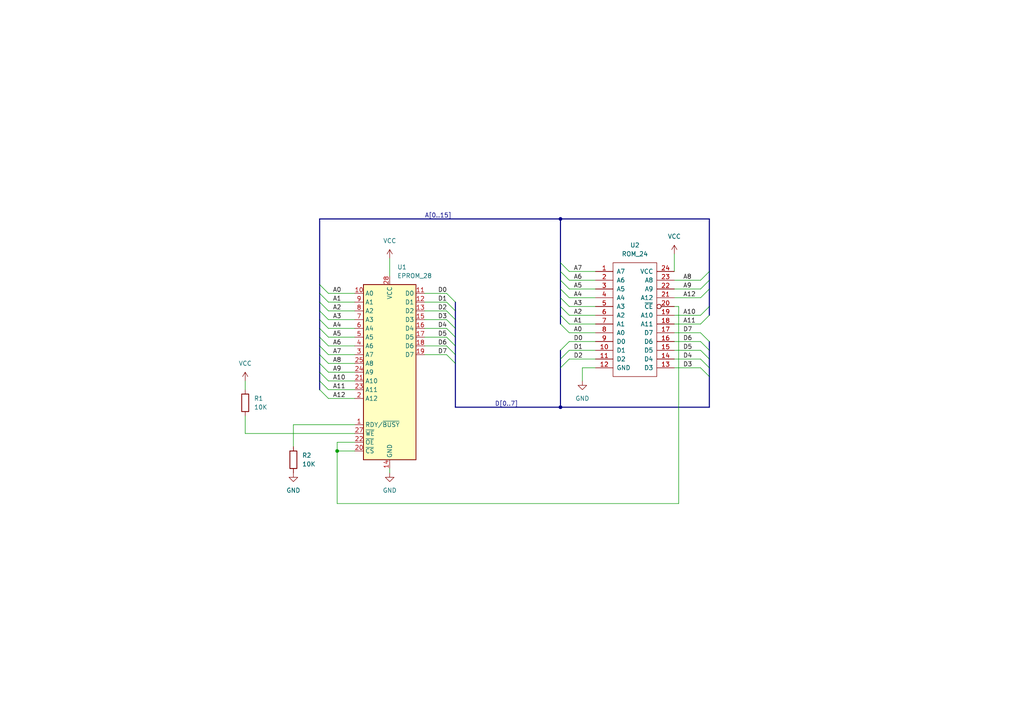
<source format=kicad_sch>
(kicad_sch (version 20230121) (generator eeschema)

  (uuid 8b397a16-cefc-49e0-b877-9a9187815e96)

  (paper "A4")

  (title_block
    (title "SOP-28 to DIP-24 ROM adapter.")
    (date "2024-03-24")
    (rev "2")
    (company "Thierry Tremblay")
  )

  (lib_symbols
    (symbol "2364:2364" (pin_names (offset 1.016)) (in_bom yes) (on_board yes)
      (property "Reference" "U" (at 0 -2.54 0)
        (effects (font (size 1.27 1.27)))
      )
      (property "Value" "2364" (at 0 2.54 0)
        (effects (font (size 1.27 1.27)))
      )
      (property "Footprint" "MODULE" (at 0 0 0)
        (effects (font (size 1.27 1.27)) hide)
      )
      (property "Datasheet" "DOCUMENTATION" (at 0 0 0)
        (effects (font (size 1.27 1.27)) hide)
      )
      (symbol "2364_1_0"
        (rectangle (start -6.35 -16.51) (end 6.35 16.51)
          (stroke (width 0) (type solid))
          (fill (type none))
        )
      )
      (symbol "2364_1_1"
        (pin output line (at -11.43 13.97 0) (length 5.08)
          (name "A7" (effects (font (size 1.27 1.27))))
          (number "1" (effects (font (size 1.27 1.27))))
        )
        (pin bidirectional line (at -11.43 -8.89 0) (length 5.08)
          (name "D1" (effects (font (size 1.27 1.27))))
          (number "10" (effects (font (size 1.27 1.27))))
        )
        (pin bidirectional line (at -11.43 -11.43 0) (length 5.08)
          (name "D2" (effects (font (size 1.27 1.27))))
          (number "11" (effects (font (size 1.27 1.27))))
        )
        (pin power_out line (at -11.43 -13.97 0) (length 5.08)
          (name "GND" (effects (font (size 1.27 1.27))))
          (number "12" (effects (font (size 1.27 1.27))))
        )
        (pin bidirectional line (at 11.43 -13.97 180) (length 5.08)
          (name "D3" (effects (font (size 1.27 1.27))))
          (number "13" (effects (font (size 1.27 1.27))))
        )
        (pin bidirectional line (at 11.43 -11.43 180) (length 5.08)
          (name "D4" (effects (font (size 1.27 1.27))))
          (number "14" (effects (font (size 1.27 1.27))))
        )
        (pin bidirectional line (at 11.43 -8.89 180) (length 5.08)
          (name "D5" (effects (font (size 1.27 1.27))))
          (number "15" (effects (font (size 1.27 1.27))))
        )
        (pin bidirectional line (at 11.43 -6.35 180) (length 5.08)
          (name "D6" (effects (font (size 1.27 1.27))))
          (number "16" (effects (font (size 1.27 1.27))))
        )
        (pin bidirectional line (at 11.43 -3.81 180) (length 5.08)
          (name "D7" (effects (font (size 1.27 1.27))))
          (number "17" (effects (font (size 1.27 1.27))))
        )
        (pin output line (at 11.43 -1.27 180) (length 5.08)
          (name "A11" (effects (font (size 1.27 1.27))))
          (number "18" (effects (font (size 1.27 1.27))))
        )
        (pin output line (at 11.43 1.27 180) (length 5.08)
          (name "A10" (effects (font (size 1.27 1.27))))
          (number "19" (effects (font (size 1.27 1.27))))
        )
        (pin output line (at -11.43 11.43 0) (length 5.08)
          (name "A6" (effects (font (size 1.27 1.27))))
          (number "2" (effects (font (size 1.27 1.27))))
        )
        (pin output inverted (at 11.43 3.81 180) (length 5.08)
          (name "~{CE}" (effects (font (size 1.27 1.27))))
          (number "20" (effects (font (size 1.27 1.27))))
        )
        (pin output line (at 11.43 6.35 180) (length 5.08)
          (name "A12" (effects (font (size 1.27 1.27))))
          (number "21" (effects (font (size 1.27 1.27))))
        )
        (pin output line (at 11.43 8.89 180) (length 5.08)
          (name "A9" (effects (font (size 1.27 1.27))))
          (number "22" (effects (font (size 1.27 1.27))))
        )
        (pin output line (at 11.43 11.43 180) (length 5.08)
          (name "A8" (effects (font (size 1.27 1.27))))
          (number "23" (effects (font (size 1.27 1.27))))
        )
        (pin power_out line (at 11.43 13.97 180) (length 5.08)
          (name "VCC" (effects (font (size 1.27 1.27))))
          (number "24" (effects (font (size 1.27 1.27))))
        )
        (pin output line (at -11.43 8.89 0) (length 5.08)
          (name "A5" (effects (font (size 1.27 1.27))))
          (number "3" (effects (font (size 1.27 1.27))))
        )
        (pin output line (at -11.43 6.35 0) (length 5.08)
          (name "A4" (effects (font (size 1.27 1.27))))
          (number "4" (effects (font (size 1.27 1.27))))
        )
        (pin output line (at -11.43 3.81 0) (length 5.08)
          (name "A3" (effects (font (size 1.27 1.27))))
          (number "5" (effects (font (size 1.27 1.27))))
        )
        (pin output line (at -11.43 1.27 0) (length 5.08)
          (name "A2" (effects (font (size 1.27 1.27))))
          (number "6" (effects (font (size 1.27 1.27))))
        )
        (pin output line (at -11.43 -1.27 0) (length 5.08)
          (name "A1" (effects (font (size 1.27 1.27))))
          (number "7" (effects (font (size 1.27 1.27))))
        )
        (pin output line (at -11.43 -3.81 0) (length 5.08)
          (name "A0" (effects (font (size 1.27 1.27))))
          (number "8" (effects (font (size 1.27 1.27))))
        )
        (pin bidirectional line (at -11.43 -6.35 0) (length 5.08)
          (name "D0" (effects (font (size 1.27 1.27))))
          (number "9" (effects (font (size 1.27 1.27))))
        )
      )
    )
    (symbol "28C64:28C64" (in_bom yes) (on_board yes)
      (property "Reference" "U" (at -7.62 26.67 0)
        (effects (font (size 1.27 1.27)))
      )
      (property "Value" "28C64" (at 2.54 -26.67 0)
        (effects (font (size 1.27 1.27)) (justify left))
      )
      (property "Footprint" "" (at 0 0 0)
        (effects (font (size 1.27 1.27)) hide)
      )
      (property "Datasheet" "http://ww1.microchip.com/downloads/en/DeviceDoc/doc0006.pdf" (at 0 0 0)
        (effects (font (size 1.27 1.27)) hide)
      )
      (property "ki_keywords" "Parallel EEPROM 256Kb" (at 0 0 0)
        (effects (font (size 1.27 1.27)) hide)
      )
      (property "ki_description" "Paged Parallel EEPROM 256Kb (32K x 8), DIP-28/SOIC-28" (at 0 0 0)
        (effects (font (size 1.27 1.27)) hide)
      )
      (property "ki_fp_filters" "DIP*W15.24mm* SOIC*7.5x17.9mm*P1.27mm*" (at 0 0 0)
        (effects (font (size 1.27 1.27)) hide)
      )
      (symbol "28C64_1_1"
        (rectangle (start -7.62 25.4) (end 7.62 -25.4)
          (stroke (width 0.254) (type default))
          (fill (type background))
        )
        (pin output line (at -10.16 -15.24 0) (length 2.54)
          (name "RDY/~{BUSY}" (effects (font (size 1.27 1.27))))
          (number "1" (effects (font (size 1.27 1.27))))
        )
        (pin input line (at -10.16 22.86 0) (length 2.54)
          (name "A0" (effects (font (size 1.27 1.27))))
          (number "10" (effects (font (size 1.27 1.27))))
        )
        (pin tri_state line (at 10.16 22.86 180) (length 2.54)
          (name "D0" (effects (font (size 1.27 1.27))))
          (number "11" (effects (font (size 1.27 1.27))))
        )
        (pin tri_state line (at 10.16 20.32 180) (length 2.54)
          (name "D1" (effects (font (size 1.27 1.27))))
          (number "12" (effects (font (size 1.27 1.27))))
        )
        (pin tri_state line (at 10.16 17.78 180) (length 2.54)
          (name "D2" (effects (font (size 1.27 1.27))))
          (number "13" (effects (font (size 1.27 1.27))))
        )
        (pin power_in line (at 0 -27.94 90) (length 2.54)
          (name "GND" (effects (font (size 1.27 1.27))))
          (number "14" (effects (font (size 1.27 1.27))))
        )
        (pin tri_state line (at 10.16 15.24 180) (length 2.54)
          (name "D3" (effects (font (size 1.27 1.27))))
          (number "15" (effects (font (size 1.27 1.27))))
        )
        (pin tri_state line (at 10.16 12.7 180) (length 2.54)
          (name "D4" (effects (font (size 1.27 1.27))))
          (number "16" (effects (font (size 1.27 1.27))))
        )
        (pin tri_state line (at 10.16 10.16 180) (length 2.54)
          (name "D5" (effects (font (size 1.27 1.27))))
          (number "17" (effects (font (size 1.27 1.27))))
        )
        (pin tri_state line (at 10.16 7.62 180) (length 2.54)
          (name "D6" (effects (font (size 1.27 1.27))))
          (number "18" (effects (font (size 1.27 1.27))))
        )
        (pin tri_state line (at 10.16 5.08 180) (length 2.54)
          (name "D7" (effects (font (size 1.27 1.27))))
          (number "19" (effects (font (size 1.27 1.27))))
        )
        (pin input line (at -10.16 -7.62 0) (length 2.54)
          (name "A12" (effects (font (size 1.27 1.27))))
          (number "2" (effects (font (size 1.27 1.27))))
        )
        (pin input line (at -10.16 -22.86 0) (length 2.54)
          (name "~{CS}" (effects (font (size 1.27 1.27))))
          (number "20" (effects (font (size 1.27 1.27))))
        )
        (pin input line (at -10.16 -2.54 0) (length 2.54)
          (name "A10" (effects (font (size 1.27 1.27))))
          (number "21" (effects (font (size 1.27 1.27))))
        )
        (pin input line (at -10.16 -20.32 0) (length 2.54)
          (name "~{OE}" (effects (font (size 1.27 1.27))))
          (number "22" (effects (font (size 1.27 1.27))))
        )
        (pin input line (at -10.16 -5.08 0) (length 2.54)
          (name "A11" (effects (font (size 1.27 1.27))))
          (number "23" (effects (font (size 1.27 1.27))))
        )
        (pin input line (at -10.16 0 0) (length 2.54)
          (name "A9" (effects (font (size 1.27 1.27))))
          (number "24" (effects (font (size 1.27 1.27))))
        )
        (pin input line (at -10.16 2.54 0) (length 2.54)
          (name "A8" (effects (font (size 1.27 1.27))))
          (number "25" (effects (font (size 1.27 1.27))))
        )
        (pin input line (at -10.16 -17.78 0) (length 2.54)
          (name "~{WE}" (effects (font (size 1.27 1.27))))
          (number "27" (effects (font (size 1.27 1.27))))
        )
        (pin power_in line (at 0 27.94 270) (length 2.54)
          (name "VCC" (effects (font (size 1.27 1.27))))
          (number "28" (effects (font (size 1.27 1.27))))
        )
        (pin input line (at -10.16 5.08 0) (length 2.54)
          (name "A7" (effects (font (size 1.27 1.27))))
          (number "3" (effects (font (size 1.27 1.27))))
        )
        (pin input line (at -10.16 7.62 0) (length 2.54)
          (name "A6" (effects (font (size 1.27 1.27))))
          (number "4" (effects (font (size 1.27 1.27))))
        )
        (pin input line (at -10.16 10.16 0) (length 2.54)
          (name "A5" (effects (font (size 1.27 1.27))))
          (number "5" (effects (font (size 1.27 1.27))))
        )
        (pin input line (at -10.16 12.7 0) (length 2.54)
          (name "A4" (effects (font (size 1.27 1.27))))
          (number "6" (effects (font (size 1.27 1.27))))
        )
        (pin input line (at -10.16 15.24 0) (length 2.54)
          (name "A3" (effects (font (size 1.27 1.27))))
          (number "7" (effects (font (size 1.27 1.27))))
        )
        (pin input line (at -10.16 17.78 0) (length 2.54)
          (name "A2" (effects (font (size 1.27 1.27))))
          (number "8" (effects (font (size 1.27 1.27))))
        )
        (pin input line (at -10.16 20.32 0) (length 2.54)
          (name "A1" (effects (font (size 1.27 1.27))))
          (number "9" (effects (font (size 1.27 1.27))))
        )
      )
    )
    (symbol "Device:R" (pin_numbers hide) (pin_names (offset 0)) (in_bom yes) (on_board yes)
      (property "Reference" "R" (at 2.032 0 90)
        (effects (font (size 1.27 1.27)))
      )
      (property "Value" "R" (at 0 0 90)
        (effects (font (size 1.27 1.27)))
      )
      (property "Footprint" "" (at -1.778 0 90)
        (effects (font (size 1.27 1.27)) hide)
      )
      (property "Datasheet" "~" (at 0 0 0)
        (effects (font (size 1.27 1.27)) hide)
      )
      (property "ki_keywords" "R res resistor" (at 0 0 0)
        (effects (font (size 1.27 1.27)) hide)
      )
      (property "ki_description" "Resistor" (at 0 0 0)
        (effects (font (size 1.27 1.27)) hide)
      )
      (property "ki_fp_filters" "R_*" (at 0 0 0)
        (effects (font (size 1.27 1.27)) hide)
      )
      (symbol "R_0_1"
        (rectangle (start -1.016 -2.54) (end 1.016 2.54)
          (stroke (width 0.254) (type default))
          (fill (type none))
        )
      )
      (symbol "R_1_1"
        (pin passive line (at 0 3.81 270) (length 1.27)
          (name "~" (effects (font (size 1.27 1.27))))
          (number "1" (effects (font (size 1.27 1.27))))
        )
        (pin passive line (at 0 -3.81 90) (length 1.27)
          (name "~" (effects (font (size 1.27 1.27))))
          (number "2" (effects (font (size 1.27 1.27))))
        )
      )
    )
    (symbol "power:GND" (power) (pin_names (offset 0)) (in_bom yes) (on_board yes)
      (property "Reference" "#PWR" (at 0 -6.35 0)
        (effects (font (size 1.27 1.27)) hide)
      )
      (property "Value" "GND" (at 0 -3.81 0)
        (effects (font (size 1.27 1.27)))
      )
      (property "Footprint" "" (at 0 0 0)
        (effects (font (size 1.27 1.27)) hide)
      )
      (property "Datasheet" "" (at 0 0 0)
        (effects (font (size 1.27 1.27)) hide)
      )
      (property "ki_keywords" "global power" (at 0 0 0)
        (effects (font (size 1.27 1.27)) hide)
      )
      (property "ki_description" "Power symbol creates a global label with name \"GND\" , ground" (at 0 0 0)
        (effects (font (size 1.27 1.27)) hide)
      )
      (symbol "GND_0_1"
        (polyline
          (pts
            (xy 0 0)
            (xy 0 -1.27)
            (xy 1.27 -1.27)
            (xy 0 -2.54)
            (xy -1.27 -1.27)
            (xy 0 -1.27)
          )
          (stroke (width 0) (type default))
          (fill (type none))
        )
      )
      (symbol "GND_1_1"
        (pin power_in line (at 0 0 270) (length 0) hide
          (name "GND" (effects (font (size 1.27 1.27))))
          (number "1" (effects (font (size 1.27 1.27))))
        )
      )
    )
    (symbol "power:VCC" (power) (pin_names (offset 0)) (in_bom yes) (on_board yes)
      (property "Reference" "#PWR" (at 0 -3.81 0)
        (effects (font (size 1.27 1.27)) hide)
      )
      (property "Value" "VCC" (at 0 3.81 0)
        (effects (font (size 1.27 1.27)))
      )
      (property "Footprint" "" (at 0 0 0)
        (effects (font (size 1.27 1.27)) hide)
      )
      (property "Datasheet" "" (at 0 0 0)
        (effects (font (size 1.27 1.27)) hide)
      )
      (property "ki_keywords" "global power" (at 0 0 0)
        (effects (font (size 1.27 1.27)) hide)
      )
      (property "ki_description" "Power symbol creates a global label with name \"VCC\"" (at 0 0 0)
        (effects (font (size 1.27 1.27)) hide)
      )
      (symbol "VCC_0_1"
        (polyline
          (pts
            (xy -0.762 1.27)
            (xy 0 2.54)
          )
          (stroke (width 0) (type default))
          (fill (type none))
        )
        (polyline
          (pts
            (xy 0 0)
            (xy 0 2.54)
          )
          (stroke (width 0) (type default))
          (fill (type none))
        )
        (polyline
          (pts
            (xy 0 2.54)
            (xy 0.762 1.27)
          )
          (stroke (width 0) (type default))
          (fill (type none))
        )
      )
      (symbol "VCC_1_1"
        (pin power_in line (at 0 0 90) (length 0) hide
          (name "VCC" (effects (font (size 1.27 1.27))))
          (number "1" (effects (font (size 1.27 1.27))))
        )
      )
    )
  )

  (junction (at 162.56 118.11) (diameter 0) (color 0 0 0 0)
    (uuid 00df4227-0079-4f11-bf6b-a0a453521caa)
  )
  (junction (at 97.79 130.81) (diameter 0) (color 0 0 0 0)
    (uuid 0343ee88-c732-4200-a261-a0a987d39462)
  )
  (junction (at 162.56 63.5) (diameter 0) (color 0 0 0 0)
    (uuid 42557680-4ae7-4bbe-ab43-5d1cf91d4a4b)
  )

  (bus_entry (at 92.71 82.55) (size 2.54 2.54)
    (stroke (width 0) (type default))
    (uuid 0396d2c7-29c3-4702-9a90-a9c276f5d4f1)
  )
  (bus_entry (at 162.56 78.74) (size 2.54 2.54)
    (stroke (width 0) (type default))
    (uuid 311b3632-9021-4293-965e-4ff6c4f05424)
  )
  (bus_entry (at 92.71 92.71) (size 2.54 2.54)
    (stroke (width 0) (type default))
    (uuid 34b6eb13-5e1a-4171-a67b-b094661e9ffe)
  )
  (bus_entry (at 205.74 99.06) (size -2.54 -2.54)
    (stroke (width 0) (type default))
    (uuid 364c86ed-7e81-4922-b754-837fef0f0cf8)
  )
  (bus_entry (at 132.08 90.17) (size -2.54 -2.54)
    (stroke (width 0) (type default))
    (uuid 36e9d428-8e7f-47f1-851c-4dd3b31dc782)
  )
  (bus_entry (at 132.08 102.87) (size -2.54 -2.54)
    (stroke (width 0) (type default))
    (uuid 3a009036-3dd0-4adc-8eb9-03cbaff6dd8c)
  )
  (bus_entry (at 132.08 105.41) (size -2.54 -2.54)
    (stroke (width 0) (type default))
    (uuid 3fbe5f01-5508-45cc-89d4-f080dd2a9082)
  )
  (bus_entry (at 92.71 100.33) (size 2.54 2.54)
    (stroke (width 0) (type default))
    (uuid 42029af4-bb83-4571-9cfe-e450b57c699c)
  )
  (bus_entry (at 205.74 81.28) (size -2.54 2.54)
    (stroke (width 0) (type default))
    (uuid 42c9efb0-1b98-42f0-bf22-035152b186f9)
  )
  (bus_entry (at 92.71 110.49) (size 2.54 2.54)
    (stroke (width 0) (type default))
    (uuid 4b4eb314-ba1f-402a-ad67-319124e95ae2)
  )
  (bus_entry (at 92.71 105.41) (size 2.54 2.54)
    (stroke (width 0) (type default))
    (uuid 56311246-da52-49b3-828b-6ad7512a7457)
  )
  (bus_entry (at 162.56 81.28) (size 2.54 2.54)
    (stroke (width 0) (type default))
    (uuid 5c278d34-f1a7-419d-b374-a7300774ab0e)
  )
  (bus_entry (at 92.71 90.17) (size 2.54 2.54)
    (stroke (width 0) (type default))
    (uuid 6069b6cd-a917-4ba9-8c5b-6104557adcf9)
  )
  (bus_entry (at 132.08 87.63) (size -2.54 -2.54)
    (stroke (width 0) (type default))
    (uuid 60f6ef14-67bb-4d27-9fa4-b720b83ad655)
  )
  (bus_entry (at 162.56 106.68) (size 2.54 -2.54)
    (stroke (width 0) (type default))
    (uuid 61cf213b-5002-4eb7-92da-91f03cdd56d8)
  )
  (bus_entry (at 162.56 93.98) (size 2.54 2.54)
    (stroke (width 0) (type default))
    (uuid 74366bdb-4149-4ba5-af47-96dbef18d171)
  )
  (bus_entry (at 132.08 97.79) (size -2.54 -2.54)
    (stroke (width 0) (type default))
    (uuid 76443617-add9-43d1-bd20-9b6e469adcfb)
  )
  (bus_entry (at 205.74 106.68) (size -2.54 -2.54)
    (stroke (width 0) (type default))
    (uuid 81349d61-9550-4270-983d-57400855cb01)
  )
  (bus_entry (at 162.56 104.14) (size 2.54 -2.54)
    (stroke (width 0) (type default))
    (uuid 898057cd-1deb-4555-9013-51f4105b3f82)
  )
  (bus_entry (at 162.56 83.82) (size 2.54 2.54)
    (stroke (width 0) (type default))
    (uuid 8e7411b8-ff2c-4f41-9858-5106e433c232)
  )
  (bus_entry (at 205.74 91.44) (size -2.54 2.54)
    (stroke (width 0) (type default))
    (uuid 93496237-b3f7-41c0-ac53-071be3c71270)
  )
  (bus_entry (at 132.08 95.25) (size -2.54 -2.54)
    (stroke (width 0) (type default))
    (uuid 966526f6-b9bc-4a22-bc06-30c4efe5c701)
  )
  (bus_entry (at 92.71 87.63) (size 2.54 2.54)
    (stroke (width 0) (type default))
    (uuid 96ec8eda-e42b-46ee-99b1-23e302b57c25)
  )
  (bus_entry (at 205.74 83.82) (size -2.54 2.54)
    (stroke (width 0) (type default))
    (uuid acc1103c-c355-4184-857f-306d5c3b1157)
  )
  (bus_entry (at 132.08 92.71) (size -2.54 -2.54)
    (stroke (width 0) (type default))
    (uuid b220f01b-0a9f-4fe3-a637-7d2b32374201)
  )
  (bus_entry (at 92.71 113.03) (size 2.54 2.54)
    (stroke (width 0) (type default))
    (uuid b531a4f9-0f78-49f1-8cbd-e1072fba1ab0)
  )
  (bus_entry (at 162.56 76.2) (size 2.54 2.54)
    (stroke (width 0) (type default))
    (uuid b601b2ed-eaf5-49aa-99ea-49e354434f58)
  )
  (bus_entry (at 205.74 104.14) (size -2.54 -2.54)
    (stroke (width 0) (type default))
    (uuid ba7da258-b493-4f32-bc26-88d201e383ab)
  )
  (bus_entry (at 205.74 78.74) (size -2.54 2.54)
    (stroke (width 0) (type default))
    (uuid bc5467bc-341f-4c3f-84ed-d5ccd1b4eb15)
  )
  (bus_entry (at 205.74 101.6) (size -2.54 -2.54)
    (stroke (width 0) (type default))
    (uuid bdf34eea-959b-4b9c-a050-a013349cacff)
  )
  (bus_entry (at 205.74 88.9) (size -2.54 2.54)
    (stroke (width 0) (type default))
    (uuid c1b0c1e9-8f2c-40ea-936c-7931e214b461)
  )
  (bus_entry (at 162.56 101.6) (size 2.54 -2.54)
    (stroke (width 0) (type default))
    (uuid c85aaeed-3e71-40da-89c8-37c004de4bc2)
  )
  (bus_entry (at 162.56 91.44) (size 2.54 2.54)
    (stroke (width 0) (type default))
    (uuid cb7704d6-f2bf-402a-8224-bbac6ec6c92b)
  )
  (bus_entry (at 162.56 86.36) (size 2.54 2.54)
    (stroke (width 0) (type default))
    (uuid d00b9031-f115-450f-a2b3-b37cbc163ff0)
  )
  (bus_entry (at 92.71 97.79) (size 2.54 2.54)
    (stroke (width 0) (type default))
    (uuid d6a70cd2-6993-4c0a-ba89-e5addc872688)
  )
  (bus_entry (at 92.71 95.25) (size 2.54 2.54)
    (stroke (width 0) (type default))
    (uuid de05b929-e895-4749-8930-cb14a5cca2a3)
  )
  (bus_entry (at 92.71 85.09) (size 2.54 2.54)
    (stroke (width 0) (type default))
    (uuid e06ce30d-fda4-435a-8d82-8e4c55437428)
  )
  (bus_entry (at 205.74 109.22) (size -2.54 -2.54)
    (stroke (width 0) (type default))
    (uuid e1bb8ecb-22b7-47e1-9139-e4d2f94005eb)
  )
  (bus_entry (at 92.71 102.87) (size 2.54 2.54)
    (stroke (width 0) (type default))
    (uuid ef20ebaa-ea20-4b87-a650-94d3442a7cc3)
  )
  (bus_entry (at 92.71 107.95) (size 2.54 2.54)
    (stroke (width 0) (type default))
    (uuid f42fd13f-a409-4a55-b0c7-929756122b03)
  )
  (bus_entry (at 162.56 88.9) (size 2.54 2.54)
    (stroke (width 0) (type default))
    (uuid f6a34945-37a9-45e7-a71d-14c2ee6a0e88)
  )
  (bus_entry (at 132.08 100.33) (size -2.54 -2.54)
    (stroke (width 0) (type default))
    (uuid faf20fde-6f35-4043-9344-dcc15b8de0e2)
  )

  (bus (pts (xy 205.74 78.74) (xy 205.74 81.28))
    (stroke (width 0) (type default))
    (uuid 00bfa14e-5717-419c-837f-b3c35dcc10d9)
  )
  (bus (pts (xy 92.71 63.5) (xy 162.56 63.5))
    (stroke (width 0) (type default))
    (uuid 00e80981-3f76-4c58-b21f-6fa1bba7c9ca)
  )

  (wire (pts (xy 95.25 95.25) (xy 102.87 95.25))
    (stroke (width 0) (type default))
    (uuid 0258e18d-d1d9-45fd-b682-158c5c525775)
  )
  (wire (pts (xy 165.1 99.06) (xy 172.72 99.06))
    (stroke (width 0) (type default))
    (uuid 03e290ab-1938-4043-8789-e68e613bb330)
  )
  (wire (pts (xy 195.58 88.9) (xy 196.85 88.9))
    (stroke (width 0) (type default))
    (uuid 05c6ffa7-5399-43c0-afda-b080708b5ad6)
  )
  (wire (pts (xy 113.03 137.16) (xy 113.03 135.89))
    (stroke (width 0) (type default))
    (uuid 06b1a4f8-bad4-4242-9c67-d0a4e4a38c59)
  )
  (bus (pts (xy 92.71 82.55) (xy 92.71 85.09))
    (stroke (width 0) (type default))
    (uuid 082cad70-0a0f-4d67-882e-56da6404d553)
  )
  (bus (pts (xy 92.71 85.09) (xy 92.71 87.63))
    (stroke (width 0) (type default))
    (uuid 0bd26001-915f-46e0-8c85-d934917d629f)
  )

  (wire (pts (xy 95.25 107.95) (xy 102.87 107.95))
    (stroke (width 0) (type default))
    (uuid 0d9188c7-68cb-4af4-9973-07550a029ac8)
  )
  (wire (pts (xy 123.19 90.17) (xy 129.54 90.17))
    (stroke (width 0) (type default))
    (uuid 0dc475cc-088f-4a0f-804a-d7bf5119bead)
  )
  (wire (pts (xy 123.19 92.71) (xy 129.54 92.71))
    (stroke (width 0) (type default))
    (uuid 14925e27-cec3-4dab-8146-b15d8aeb8227)
  )
  (bus (pts (xy 205.74 88.9) (xy 205.74 91.44))
    (stroke (width 0) (type default))
    (uuid 151105fc-cb60-4bb7-aaf8-3a2db1bee38b)
  )
  (bus (pts (xy 205.74 104.14) (xy 205.74 106.68))
    (stroke (width 0) (type default))
    (uuid 17f2ea7d-d50f-4b0a-83b8-0e9c82e15e59)
  )

  (wire (pts (xy 95.25 113.03) (xy 102.87 113.03))
    (stroke (width 0) (type default))
    (uuid 1a23b5c6-17bb-4371-8f3c-73b11770b2fe)
  )
  (bus (pts (xy 92.71 97.79) (xy 92.71 100.33))
    (stroke (width 0) (type default))
    (uuid 1acdcf8f-18e4-4073-b288-8d1421907f8d)
  )
  (bus (pts (xy 92.71 90.17) (xy 92.71 92.71))
    (stroke (width 0) (type default))
    (uuid 1f8cae7d-0899-424b-ac2e-353db95ab6a2)
  )

  (wire (pts (xy 165.1 86.36) (xy 172.72 86.36))
    (stroke (width 0) (type default))
    (uuid 26ad519a-e0e3-4ec4-b0f3-f1b92fd233b6)
  )
  (bus (pts (xy 205.74 106.68) (xy 205.74 109.22))
    (stroke (width 0) (type default))
    (uuid 28463af5-1e80-4e5d-a0e8-90d371026845)
  )
  (bus (pts (xy 162.56 63.5) (xy 162.56 76.2))
    (stroke (width 0) (type default))
    (uuid 29d3d82a-3869-4485-bff8-843aca517cf7)
  )

  (wire (pts (xy 113.03 74.93) (xy 113.03 80.01))
    (stroke (width 0) (type default))
    (uuid 2c8aad95-4945-4312-8080-73d76ed98c14)
  )
  (wire (pts (xy 165.1 93.98) (xy 172.72 93.98))
    (stroke (width 0) (type default))
    (uuid 2daa283e-fd5f-4e7b-a21b-267f1013b82d)
  )
  (wire (pts (xy 71.12 110.49) (xy 71.12 113.03))
    (stroke (width 0) (type default))
    (uuid 2df0078c-75ab-4a0f-bd62-28fb7c6e35c1)
  )
  (bus (pts (xy 162.56 78.74) (xy 162.56 81.28))
    (stroke (width 0) (type default))
    (uuid 2e5fb3e1-cc07-401b-b844-c72728857ef4)
  )
  (bus (pts (xy 132.08 97.79) (xy 132.08 100.33))
    (stroke (width 0) (type default))
    (uuid 2ed524e9-48b9-49ff-af70-ecfb0d2628fc)
  )

  (wire (pts (xy 195.58 86.36) (xy 203.2 86.36))
    (stroke (width 0) (type default))
    (uuid 3054f67b-227a-4669-9ffc-0794f6e2242c)
  )
  (bus (pts (xy 132.08 102.87) (xy 132.08 105.41))
    (stroke (width 0) (type default))
    (uuid 31eb8e59-a88c-437f-8e07-0567b82386b8)
  )
  (bus (pts (xy 162.56 81.28) (xy 162.56 83.82))
    (stroke (width 0) (type default))
    (uuid 3301a175-892e-45a8-b4ef-1abe8b3440fa)
  )
  (bus (pts (xy 162.56 104.14) (xy 162.56 106.68))
    (stroke (width 0) (type default))
    (uuid 3aab2035-d1dd-42e0-a036-217d7f07c42d)
  )

  (wire (pts (xy 95.25 87.63) (xy 102.87 87.63))
    (stroke (width 0) (type default))
    (uuid 3c345a3c-6e81-46fc-8d9e-b7341b371765)
  )
  (bus (pts (xy 162.56 91.44) (xy 162.56 93.98))
    (stroke (width 0) (type default))
    (uuid 40718203-7cef-4d92-8bbb-fa879b69734e)
  )

  (wire (pts (xy 71.12 120.65) (xy 71.12 125.73))
    (stroke (width 0) (type default))
    (uuid 40ab52c2-3c11-422c-a004-833ab3bd5658)
  )
  (wire (pts (xy 165.1 96.52) (xy 172.72 96.52))
    (stroke (width 0) (type default))
    (uuid 40f12d39-b7e2-4fae-a359-0855f18781f8)
  )
  (wire (pts (xy 123.19 95.25) (xy 129.54 95.25))
    (stroke (width 0) (type default))
    (uuid 44451f2c-3914-4936-a746-1ecf45286371)
  )
  (wire (pts (xy 95.25 105.41) (xy 102.87 105.41))
    (stroke (width 0) (type default))
    (uuid 44bc3ae2-c778-47b1-a351-ced839d21818)
  )
  (bus (pts (xy 205.74 104.14) (xy 205.74 101.6))
    (stroke (width 0) (type default))
    (uuid 4541a22e-a523-462b-afef-dbf8368bdf75)
  )
  (bus (pts (xy 132.08 87.63) (xy 132.08 90.17))
    (stroke (width 0) (type default))
    (uuid 4584d4b9-b9ee-4061-9fa4-fe27d3ded59e)
  )
  (bus (pts (xy 205.74 109.22) (xy 205.74 118.11))
    (stroke (width 0) (type default))
    (uuid 46bd1bba-36c0-4221-9da6-77173e4d3197)
  )

  (wire (pts (xy 195.58 93.98) (xy 203.2 93.98))
    (stroke (width 0) (type default))
    (uuid 490ea3fa-c171-4f53-ba89-87672819ac9e)
  )
  (wire (pts (xy 123.19 97.79) (xy 129.54 97.79))
    (stroke (width 0) (type default))
    (uuid 4b4f90cb-7a85-43be-976b-26d7de374e52)
  )
  (bus (pts (xy 132.08 118.11) (xy 162.56 118.11))
    (stroke (width 0) (type default))
    (uuid 4cacfe14-78aa-43e2-a7a5-c856a19ee059)
  )

  (wire (pts (xy 95.25 110.49) (xy 102.87 110.49))
    (stroke (width 0) (type default))
    (uuid 4ea9220a-1baf-42c2-9ac4-c1bf61f31c86)
  )
  (bus (pts (xy 92.71 105.41) (xy 92.71 107.95))
    (stroke (width 0) (type default))
    (uuid 500be976-8cdf-44ec-a755-e66ffd9e0b54)
  )

  (wire (pts (xy 195.58 81.28) (xy 203.2 81.28))
    (stroke (width 0) (type default))
    (uuid 519abcff-677c-401b-be9c-118debb5fac7)
  )
  (bus (pts (xy 92.71 95.25) (xy 92.71 97.79))
    (stroke (width 0) (type default))
    (uuid 51faab0f-1551-4fa3-b611-cb1d29251d8f)
  )

  (wire (pts (xy 95.25 115.57) (xy 102.87 115.57))
    (stroke (width 0) (type default))
    (uuid 5500319f-6c11-4c63-b4d7-442d0975ae86)
  )
  (wire (pts (xy 168.91 106.68) (xy 172.72 106.68))
    (stroke (width 0) (type default))
    (uuid 552a378f-ad99-48ef-9aad-ad8dac81cf8e)
  )
  (wire (pts (xy 165.1 88.9) (xy 172.72 88.9))
    (stroke (width 0) (type default))
    (uuid 59406875-2916-4f8f-a24f-e2c579dc1fcf)
  )
  (wire (pts (xy 123.19 87.63) (xy 129.54 87.63))
    (stroke (width 0) (type default))
    (uuid 60438ff7-fd3b-47be-9f43-52fc5c13fe58)
  )
  (bus (pts (xy 205.74 81.28) (xy 205.74 83.82))
    (stroke (width 0) (type default))
    (uuid 62407a4f-58ee-422e-ae12-ed6be3e51ac8)
  )

  (wire (pts (xy 85.09 123.19) (xy 102.87 123.19))
    (stroke (width 0) (type default))
    (uuid 62592cc6-241d-489e-9852-916e1b2fa47e)
  )
  (bus (pts (xy 132.08 100.33) (xy 132.08 102.87))
    (stroke (width 0) (type default))
    (uuid 635b7b88-9ba3-42b5-8633-9312e6cb8853)
  )

  (wire (pts (xy 85.09 129.54) (xy 85.09 123.19))
    (stroke (width 0) (type default))
    (uuid 6742d778-d561-4d24-aa68-a74a318432f0)
  )
  (wire (pts (xy 97.79 146.05) (xy 97.79 130.81))
    (stroke (width 0) (type default))
    (uuid 67d68e5f-a30f-4fdd-ac19-0015b4625601)
  )
  (wire (pts (xy 123.19 100.33) (xy 129.54 100.33))
    (stroke (width 0) (type default))
    (uuid 68d158cc-8aa4-41ef-9dab-5840b50ae9ac)
  )
  (bus (pts (xy 92.71 92.71) (xy 92.71 95.25))
    (stroke (width 0) (type default))
    (uuid 70157e1a-aa30-4110-a3d9-3695c4fd9169)
  )

  (wire (pts (xy 95.25 102.87) (xy 102.87 102.87))
    (stroke (width 0) (type default))
    (uuid 72cf110d-b885-4e54-9ad6-99bc016181a0)
  )
  (wire (pts (xy 97.79 130.81) (xy 102.87 130.81))
    (stroke (width 0) (type default))
    (uuid 76bd72b0-9b18-4faa-aaf0-10c976ddab0c)
  )
  (bus (pts (xy 162.56 118.11) (xy 205.74 118.11))
    (stroke (width 0) (type default))
    (uuid 77677769-7463-4202-b2e8-0f814750d49a)
  )

  (wire (pts (xy 95.25 100.33) (xy 102.87 100.33))
    (stroke (width 0) (type default))
    (uuid 78cfc695-02d4-41cc-9cf7-91a0334bb6fb)
  )
  (bus (pts (xy 205.74 101.6) (xy 205.74 99.06))
    (stroke (width 0) (type default))
    (uuid 7b0e5169-ee6e-4244-bcfb-1cdde883646e)
  )

  (wire (pts (xy 196.85 88.9) (xy 196.85 146.05))
    (stroke (width 0) (type default))
    (uuid 7b2ac0e5-97bf-46f3-8df1-8b35c32ddc46)
  )
  (bus (pts (xy 132.08 118.11) (xy 132.08 105.41))
    (stroke (width 0) (type default))
    (uuid 7c8fa1b3-7c6b-4ade-a7ad-32b292de374a)
  )

  (wire (pts (xy 165.1 101.6) (xy 172.72 101.6))
    (stroke (width 0) (type default))
    (uuid 80dffda2-6ea7-4d83-be38-e84561c7862e)
  )
  (wire (pts (xy 95.25 97.79) (xy 102.87 97.79))
    (stroke (width 0) (type default))
    (uuid 81429d76-b54c-48bc-a1a5-f7cac9ef61cb)
  )
  (wire (pts (xy 102.87 125.73) (xy 71.12 125.73))
    (stroke (width 0) (type default))
    (uuid 815479d2-476b-4a0f-953e-4ef52a6a26c0)
  )
  (bus (pts (xy 205.74 83.82) (xy 205.74 88.9))
    (stroke (width 0) (type default))
    (uuid 84b95146-fd22-45e0-bf73-44471f0f6e0e)
  )
  (bus (pts (xy 132.08 92.71) (xy 132.08 95.25))
    (stroke (width 0) (type default))
    (uuid 85644b6e-a98d-4a51-8efd-fb71196e6044)
  )

  (wire (pts (xy 195.58 73.66) (xy 195.58 78.74))
    (stroke (width 0) (type default))
    (uuid 872ccc32-637b-4fc3-830b-f82c6813e17c)
  )
  (wire (pts (xy 195.58 99.06) (xy 203.2 99.06))
    (stroke (width 0) (type default))
    (uuid 8f1c2be4-1fd1-4e95-b6ba-19a618c6022e)
  )
  (wire (pts (xy 95.25 90.17) (xy 102.87 90.17))
    (stroke (width 0) (type default))
    (uuid 95bd0a0b-ec23-489b-8267-009d7260b364)
  )
  (wire (pts (xy 123.19 102.87) (xy 129.54 102.87))
    (stroke (width 0) (type default))
    (uuid 972de74e-33b0-42f0-bc56-ff22a1bacdcb)
  )
  (bus (pts (xy 162.56 83.82) (xy 162.56 86.36))
    (stroke (width 0) (type default))
    (uuid 9732161a-83de-41d5-8467-97f696b1bf61)
  )

  (wire (pts (xy 165.1 104.14) (xy 172.72 104.14))
    (stroke (width 0) (type default))
    (uuid 9ca77852-4bc8-40f5-908b-839bd37156f9)
  )
  (wire (pts (xy 196.85 146.05) (xy 97.79 146.05))
    (stroke (width 0) (type default))
    (uuid a0c44165-aa68-4b97-8330-00a85fc2a446)
  )
  (wire (pts (xy 97.79 128.27) (xy 102.87 128.27))
    (stroke (width 0) (type default))
    (uuid a544ed7f-bb62-4eef-b865-fe0c79753568)
  )
  (bus (pts (xy 205.74 63.5) (xy 205.74 78.74))
    (stroke (width 0) (type default))
    (uuid a5467992-754f-4d65-948e-9ebca721cbf2)
  )
  (bus (pts (xy 132.08 97.79) (xy 132.08 95.25))
    (stroke (width 0) (type default))
    (uuid b0a16646-f572-4f57-a783-adf6a6309391)
  )

  (wire (pts (xy 195.58 91.44) (xy 203.2 91.44))
    (stroke (width 0) (type default))
    (uuid b390390b-1ed5-461d-ba41-973e349f7325)
  )
  (wire (pts (xy 195.58 104.14) (xy 203.2 104.14))
    (stroke (width 0) (type default))
    (uuid b6408597-6845-47d6-b7da-2c16ef0e6e61)
  )
  (wire (pts (xy 195.58 101.6) (xy 203.2 101.6))
    (stroke (width 0) (type default))
    (uuid b6cd1ec7-46e2-4d86-b427-faceef9301aa)
  )
  (wire (pts (xy 95.25 92.71) (xy 102.87 92.71))
    (stroke (width 0) (type default))
    (uuid b8dbc472-31ef-41e6-8a0a-2a9f38690dbc)
  )
  (wire (pts (xy 165.1 91.44) (xy 172.72 91.44))
    (stroke (width 0) (type default))
    (uuid b9fd38f1-b9e1-494a-a7c7-d80c85f18b88)
  )
  (wire (pts (xy 165.1 78.74) (xy 172.72 78.74))
    (stroke (width 0) (type default))
    (uuid bde75b33-4504-4218-92c5-9407f2523e4b)
  )
  (bus (pts (xy 162.56 86.36) (xy 162.56 88.9))
    (stroke (width 0) (type default))
    (uuid bfc7de10-2a5b-4409-9783-7a4fbdcf8478)
  )
  (bus (pts (xy 162.56 101.6) (xy 162.56 104.14))
    (stroke (width 0) (type default))
    (uuid c1c54681-87e0-4e0e-a4b3-3c4e8888f03e)
  )
  (bus (pts (xy 162.56 106.68) (xy 162.56 118.11))
    (stroke (width 0) (type default))
    (uuid c4e65a97-4531-49e1-a34c-9c84b1b0a12c)
  )
  (bus (pts (xy 92.71 102.87) (xy 92.71 105.41))
    (stroke (width 0) (type default))
    (uuid cab4c460-b517-4a5b-858d-91cc1132c16f)
  )

  (wire (pts (xy 195.58 96.52) (xy 203.2 96.52))
    (stroke (width 0) (type default))
    (uuid d159ea3d-5ab2-4986-903a-87e14e4abbb5)
  )
  (wire (pts (xy 168.91 110.49) (xy 168.91 106.68))
    (stroke (width 0) (type default))
    (uuid d1bcd2fb-0308-45ce-ae35-d3671a8d0963)
  )
  (bus (pts (xy 162.56 88.9) (xy 162.56 91.44))
    (stroke (width 0) (type default))
    (uuid d5bf4dd6-bc52-4669-9f6f-c9bf7b0ef823)
  )
  (bus (pts (xy 92.71 110.49) (xy 92.71 113.03))
    (stroke (width 0) (type default))
    (uuid d8148648-5d9c-4eb2-a819-3d91dd23334a)
  )
  (bus (pts (xy 92.71 63.5) (xy 92.71 82.55))
    (stroke (width 0) (type default))
    (uuid d94fa0c5-f99a-46b5-b54a-f9423a1842ce)
  )

  (wire (pts (xy 195.58 106.68) (xy 203.2 106.68))
    (stroke (width 0) (type default))
    (uuid de2ab9c8-67af-4cd9-b782-300683a9fe51)
  )
  (wire (pts (xy 123.19 85.09) (xy 129.54 85.09))
    (stroke (width 0) (type default))
    (uuid df49efd2-4914-4ba7-9570-992e4d6ff73c)
  )
  (bus (pts (xy 92.71 107.95) (xy 92.71 110.49))
    (stroke (width 0) (type default))
    (uuid e40fb34b-c383-4aba-807a-42438fdddf46)
  )

  (wire (pts (xy 165.1 83.82) (xy 172.72 83.82))
    (stroke (width 0) (type default))
    (uuid e7bf9519-27ac-4e8f-9c20-f1fe03883be1)
  )
  (bus (pts (xy 162.56 76.2) (xy 162.56 78.74))
    (stroke (width 0) (type default))
    (uuid e994ad02-57f5-4f8e-a609-ea98d156fb76)
  )

  (wire (pts (xy 195.58 83.82) (xy 203.2 83.82))
    (stroke (width 0) (type default))
    (uuid ec54aa85-f0f4-4a56-8b55-93714befffcb)
  )
  (bus (pts (xy 92.71 100.33) (xy 92.71 102.87))
    (stroke (width 0) (type default))
    (uuid ec63277a-060f-4aac-ac25-e9c2d5938289)
  )

  (wire (pts (xy 95.25 85.09) (xy 102.87 85.09))
    (stroke (width 0) (type default))
    (uuid ecb9b982-dd8d-4845-8b4e-69dd341b9cf5)
  )
  (bus (pts (xy 132.08 90.17) (xy 132.08 92.71))
    (stroke (width 0) (type default))
    (uuid ef3647d2-1204-4e7e-9078-b94dfddcc321)
  )
  (bus (pts (xy 162.56 63.5) (xy 205.74 63.5))
    (stroke (width 0) (type default))
    (uuid f197a9ad-a3b2-48fb-9d3e-f68a12b97bae)
  )

  (wire (pts (xy 165.1 81.28) (xy 172.72 81.28))
    (stroke (width 0) (type default))
    (uuid f56ef07a-e392-4f6e-b484-6114933933c4)
  )
  (wire (pts (xy 97.79 130.81) (xy 97.79 128.27))
    (stroke (width 0) (type default))
    (uuid f7b94ebd-a216-42bb-8fdd-d4223e918d31)
  )
  (bus (pts (xy 92.71 87.63) (xy 92.71 90.17))
    (stroke (width 0) (type default))
    (uuid fbfb363b-00e8-4974-8672-865f9f4f6409)
  )

  (label "D[0..7]" (at 143.51 118.11 0) (fields_autoplaced)
    (effects (font (size 1.27 1.27)) (justify left bottom))
    (uuid 04f1dd44-87b8-43ce-b724-e57b76fdd204)
  )
  (label "D3" (at 127 92.71 0) (fields_autoplaced)
    (effects (font (size 1.27 1.27)) (justify left bottom))
    (uuid 0597bd0b-ac6a-42c5-a047-512b21f5646e)
  )
  (label "A10" (at 198.12 91.44 0) (fields_autoplaced)
    (effects (font (size 1.27 1.27)) (justify left bottom))
    (uuid 092995c4-8f5e-4538-91d7-70514feb39c2)
  )
  (label "D4" (at 198.12 104.14 0) (fields_autoplaced)
    (effects (font (size 1.27 1.27)) (justify left bottom))
    (uuid 277bcf61-c53a-4196-ab3a-e360c7b26e62)
  )
  (label "A0" (at 96.52 85.09 0) (fields_autoplaced)
    (effects (font (size 1.27 1.27)) (justify left bottom))
    (uuid 4943b98c-2ba5-45ed-baa2-436daeb3c56f)
  )
  (label "D1" (at 127 87.63 0) (fields_autoplaced)
    (effects (font (size 1.27 1.27)) (justify left bottom))
    (uuid 4e101144-f9f5-4eb2-a898-fcd78269d200)
  )
  (label "D4" (at 127 95.25 0) (fields_autoplaced)
    (effects (font (size 1.27 1.27)) (justify left bottom))
    (uuid 565b21cc-1054-45fb-8f7d-61d53f3d8ac2)
  )
  (label "A0" (at 166.37 96.52 0) (fields_autoplaced)
    (effects (font (size 1.27 1.27)) (justify left bottom))
    (uuid 57352a7f-3dd1-48a1-9d8f-8a21940a26a0)
  )
  (label "D6" (at 198.12 99.06 0) (fields_autoplaced)
    (effects (font (size 1.27 1.27)) (justify left bottom))
    (uuid 5772c6e0-b835-41da-896a-c176fd932830)
  )
  (label "D0" (at 127 85.09 0) (fields_autoplaced)
    (effects (font (size 1.27 1.27)) (justify left bottom))
    (uuid 578e3a6b-46f5-4c4f-8990-aa2440b8357c)
  )
  (label "A2" (at 166.37 91.44 0) (fields_autoplaced)
    (effects (font (size 1.27 1.27)) (justify left bottom))
    (uuid 5b02c856-5f7c-40e2-8b22-6af93a2aa0f8)
  )
  (label "A6" (at 96.52 100.33 0) (fields_autoplaced)
    (effects (font (size 1.27 1.27)) (justify left bottom))
    (uuid 66e1a143-48b9-4192-89f5-5c1253a94675)
  )
  (label "A6" (at 166.37 81.28 0) (fields_autoplaced)
    (effects (font (size 1.27 1.27)) (justify left bottom))
    (uuid 6c8efeda-0891-4ec8-a50f-6fdfad410859)
  )
  (label "A11" (at 96.52 113.03 0) (fields_autoplaced)
    (effects (font (size 1.27 1.27)) (justify left bottom))
    (uuid 6e6ded89-acbe-47c7-9033-1ed02272053e)
  )
  (label "A3" (at 96.52 92.71 0) (fields_autoplaced)
    (effects (font (size 1.27 1.27)) (justify left bottom))
    (uuid 72b6acb8-95e4-4d8e-aad5-6cf9d6161ba7)
  )
  (label "A12" (at 198.12 86.36 0) (fields_autoplaced)
    (effects (font (size 1.27 1.27)) (justify left bottom))
    (uuid 7ff1fe91-d929-4c6c-ba9b-df8120f8a762)
  )
  (label "A4" (at 96.52 95.25 0) (fields_autoplaced)
    (effects (font (size 1.27 1.27)) (justify left bottom))
    (uuid 8a3a729b-975e-4235-a1e8-c3a592891408)
  )
  (label "A1" (at 96.52 87.63 0) (fields_autoplaced)
    (effects (font (size 1.27 1.27)) (justify left bottom))
    (uuid 8c968e8d-844c-4509-ae7f-d60b95eb4ea2)
  )
  (label "D7" (at 127 102.87 0) (fields_autoplaced)
    (effects (font (size 1.27 1.27)) (justify left bottom))
    (uuid 93db633b-6ccc-4b45-9454-255a5153d6ce)
  )
  (label "A10" (at 96.52 110.49 0) (fields_autoplaced)
    (effects (font (size 1.27 1.27)) (justify left bottom))
    (uuid 96147e7b-a989-432d-aeb7-57c0f09ddf3b)
  )
  (label "D5" (at 127 97.79 0) (fields_autoplaced)
    (effects (font (size 1.27 1.27)) (justify left bottom))
    (uuid 98d90eaa-4b83-42e9-95d8-44104820cfc5)
  )
  (label "A[0..15]" (at 123.19 63.5 0) (fields_autoplaced)
    (effects (font (size 1.27 1.27)) (justify left bottom))
    (uuid 9979053b-4bff-4136-8ea5-d76972a1e5d5)
  )
  (label "A5" (at 166.37 83.82 0) (fields_autoplaced)
    (effects (font (size 1.27 1.27)) (justify left bottom))
    (uuid a10f9a4d-8db0-4088-9dcc-69e4a2ff93e5)
  )
  (label "D5" (at 198.12 101.6 0) (fields_autoplaced)
    (effects (font (size 1.27 1.27)) (justify left bottom))
    (uuid a255e43d-bd7e-476f-9335-d4563f61bc5d)
  )
  (label "A1" (at 166.37 93.98 0) (fields_autoplaced)
    (effects (font (size 1.27 1.27)) (justify left bottom))
    (uuid a6b183af-3ce3-45bd-ac0b-648486b68744)
  )
  (label "D2" (at 166.37 104.14 0) (fields_autoplaced)
    (effects (font (size 1.27 1.27)) (justify left bottom))
    (uuid a7765815-26cb-45ce-9c74-e58604370f9a)
  )
  (label "A11" (at 198.12 93.98 0) (fields_autoplaced)
    (effects (font (size 1.27 1.27)) (justify left bottom))
    (uuid b1ebde1a-996c-4c6f-a03a-67d264ac966e)
  )
  (label "D2" (at 127 90.17 0) (fields_autoplaced)
    (effects (font (size 1.27 1.27)) (justify left bottom))
    (uuid b208c627-9d7f-4787-b3da-1bf1b5913f6d)
  )
  (label "D0" (at 166.37 99.06 0) (fields_autoplaced)
    (effects (font (size 1.27 1.27)) (justify left bottom))
    (uuid bff12bed-5aef-400b-92a6-4427783d056b)
  )
  (label "A12" (at 96.52 115.57 0) (fields_autoplaced)
    (effects (font (size 1.27 1.27)) (justify left bottom))
    (uuid c0996085-f73d-4080-82c5-aaf29747e675)
  )
  (label "D3" (at 198.12 106.68 0) (fields_autoplaced)
    (effects (font (size 1.27 1.27)) (justify left bottom))
    (uuid c14cd8e7-29c2-40a6-9c0c-7e8600176ea9)
  )
  (label "A7" (at 96.52 102.87 0) (fields_autoplaced)
    (effects (font (size 1.27 1.27)) (justify left bottom))
    (uuid cffd0574-3007-4560-8d61-c16ae37971cb)
  )
  (label "A5" (at 96.52 97.79 0) (fields_autoplaced)
    (effects (font (size 1.27 1.27)) (justify left bottom))
    (uuid d3fe0403-1aad-4013-a66f-58f52ad042fe)
  )
  (label "A7" (at 166.37 78.74 0) (fields_autoplaced)
    (effects (font (size 1.27 1.27)) (justify left bottom))
    (uuid d6f7ffa6-5f56-4725-932c-e7adf8b33330)
  )
  (label "A9" (at 96.52 107.95 0) (fields_autoplaced)
    (effects (font (size 1.27 1.27)) (justify left bottom))
    (uuid d8b569b0-0c38-46b9-b3ea-e47de1d489a0)
  )
  (label "A4" (at 166.37 86.36 0) (fields_autoplaced)
    (effects (font (size 1.27 1.27)) (justify left bottom))
    (uuid dc652885-809f-4509-8d5b-b53189707bb4)
  )
  (label "A9" (at 198.12 83.82 0) (fields_autoplaced)
    (effects (font (size 1.27 1.27)) (justify left bottom))
    (uuid df6c9347-5585-44f6-bbb2-de00ba01ba0b)
  )
  (label "D1" (at 166.37 101.6 0) (fields_autoplaced)
    (effects (font (size 1.27 1.27)) (justify left bottom))
    (uuid e00b6c2a-19e8-416a-9574-6a4e93b8784d)
  )
  (label "D6" (at 127 100.33 0) (fields_autoplaced)
    (effects (font (size 1.27 1.27)) (justify left bottom))
    (uuid e0442450-d370-4e5d-905a-da9deaeb724f)
  )
  (label "A8" (at 198.12 81.28 0) (fields_autoplaced)
    (effects (font (size 1.27 1.27)) (justify left bottom))
    (uuid e2f3af20-4db2-4ebf-ab20-78faf827f3ca)
  )
  (label "A8" (at 96.52 105.41 0) (fields_autoplaced)
    (effects (font (size 1.27 1.27)) (justify left bottom))
    (uuid e3a45e50-86df-4941-bcde-49fd8728e2ae)
  )
  (label "D7" (at 198.12 96.52 0) (fields_autoplaced)
    (effects (font (size 1.27 1.27)) (justify left bottom))
    (uuid e9cbf747-f550-4ba4-9afc-3e0d0881203b)
  )
  (label "A3" (at 166.37 88.9 0) (fields_autoplaced)
    (effects (font (size 1.27 1.27)) (justify left bottom))
    (uuid ecb2abd8-a0c2-4f1d-bfb5-7d4b6f742d98)
  )
  (label "A2" (at 96.52 90.17 0) (fields_autoplaced)
    (effects (font (size 1.27 1.27)) (justify left bottom))
    (uuid eeb6ee5d-3f4d-49ac-a5b1-79441f7478b3)
  )

  (symbol (lib_id "28C64:28C64") (at 113.03 107.95 0) (unit 1)
    (in_bom yes) (on_board yes) (dnp no) (fields_autoplaced)
    (uuid 44918d60-05e2-41ab-80f2-7c7fbff846ec)
    (property "Reference" "U1" (at 115.2241 77.47 0)
      (effects (font (size 1.27 1.27)) (justify left))
    )
    (property "Value" "EPROM_28" (at 115.2241 80.01 0)
      (effects (font (size 1.27 1.27)) (justify left))
    )
    (property "Footprint" "Package_SO:SOIC-28W_7.5x18.7mm_P1.27mm" (at 113.03 107.95 0)
      (effects (font (size 1.27 1.27)) hide)
    )
    (property "Datasheet" "http://ww1.microchip.com/downloads/en/DeviceDoc/doc0006.pdf" (at 113.03 107.95 0)
      (effects (font (size 1.27 1.27)) hide)
    )
    (pin "18" (uuid 874349fd-6357-4a18-81ef-2fdfbfb79a87))
    (pin "1" (uuid dea28592-73b3-449a-b699-52bfe7754029))
    (pin "25" (uuid 49158f0c-98dc-41d9-9ccb-43c2f4b4b361))
    (pin "5" (uuid b256ebee-6404-4d94-b172-ea130f2daf35))
    (pin "22" (uuid 7c4a567c-c592-4887-beb1-a885a1aafb00))
    (pin "14" (uuid 7276f3ec-929d-4b5c-b562-37685203732e))
    (pin "16" (uuid c819d011-fa3c-4f1f-9c82-5fc2b396f86e))
    (pin "2" (uuid 35512a83-77cc-4d24-a450-bf45b7b08ad3))
    (pin "3" (uuid 030806af-2dae-4fcc-9d3d-09f79c71266e))
    (pin "10" (uuid 748bc5a8-93d6-4da4-aebc-36392c6253b8))
    (pin "17" (uuid 9d61b6e9-da70-490f-ba3b-f72e5161f506))
    (pin "19" (uuid d94272c8-b74d-4fb1-8693-423b00bc1795))
    (pin "9" (uuid 7d7e6de2-b78e-45e7-8842-4a2ecd0d6b81))
    (pin "8" (uuid 98034314-6275-4f68-b9a8-9fa5e7b67da6))
    (pin "27" (uuid fa1893a9-edc4-4ff6-abf1-1c53bea7ba34))
    (pin "21" (uuid 28f92c2e-a751-4402-99b1-b12b4e1c28d1))
    (pin "13" (uuid 5c316768-0a97-4901-82f0-c3c5ad27ee88))
    (pin "28" (uuid 3b8ced02-c542-4e7f-a9e5-02c73e16e86e))
    (pin "12" (uuid 40f72869-1fd1-4b4f-b35e-4b7ec1b56b47))
    (pin "20" (uuid 77adf956-3b41-4a9c-9dbc-497dde93e04a))
    (pin "15" (uuid f1ebabcb-4df7-433d-bcc8-5079dcc021f9))
    (pin "23" (uuid 8f14cf3f-bda6-4631-8dc1-85a94c2b8992))
    (pin "7" (uuid 366ffcee-c8b3-48dd-9677-32d7504897c4))
    (pin "24" (uuid e02f4edd-f671-492b-944a-34241a741f06))
    (pin "4" (uuid 3793dc9c-0634-4607-8395-e73a7cdfd5fa))
    (pin "6" (uuid d6b1e198-2fec-4be4-b15e-b87b638f2c43))
    (pin "11" (uuid 0f659ebe-1dfe-411a-a426-b6fb71cf1d65))
    (instances
      (project "sop28-to-dip-24-rom-adapter"
        (path "/8b397a16-cefc-49e0-b877-9a9187815e96"
          (reference "U1") (unit 1)
        )
      )
    )
  )

  (symbol (lib_id "Device:R") (at 85.09 133.35 0) (unit 1)
    (in_bom yes) (on_board yes) (dnp no) (fields_autoplaced)
    (uuid 47835c54-81b0-4dfd-873a-0f5c76bad5ea)
    (property "Reference" "R2" (at 87.63 132.08 0)
      (effects (font (size 1.27 1.27)) (justify left))
    )
    (property "Value" "10K" (at 87.63 134.62 0)
      (effects (font (size 1.27 1.27)) (justify left))
    )
    (property "Footprint" "Resistor_THT:R_Axial_DIN0207_L6.3mm_D2.5mm_P10.16mm_Horizontal" (at 83.312 133.35 90)
      (effects (font (size 1.27 1.27)) hide)
    )
    (property "Datasheet" "~" (at 85.09 133.35 0)
      (effects (font (size 1.27 1.27)) hide)
    )
    (pin "2" (uuid 636fdf6c-98b7-475d-8156-16027a1f9a5a))
    (pin "1" (uuid 6c891551-995f-4a70-8930-b754c5a91d79))
    (instances
      (project "sop28-to-dip-24-rom-adapter"
        (path "/8b397a16-cefc-49e0-b877-9a9187815e96"
          (reference "R2") (unit 1)
        )
      )
    )
  )

  (symbol (lib_id "2364:2364") (at 184.15 92.71 0) (unit 1)
    (in_bom yes) (on_board yes) (dnp no) (fields_autoplaced)
    (uuid 656a6ce1-59e4-4fad-aeeb-7ae00aacb5bd)
    (property "Reference" "U2" (at 184.15 71.12 0)
      (effects (font (size 1.27 1.27)))
    )
    (property "Value" "ROM_24" (at 184.15 73.66 0)
      (effects (font (size 1.27 1.27)))
    )
    (property "Footprint" "Library:DIP-24_W15.24mm-Notch" (at 184.15 92.71 0)
      (effects (font (size 1.27 1.27)) hide)
    )
    (property "Datasheet" "DOCUMENTATION" (at 184.15 92.71 0)
      (effects (font (size 1.27 1.27)) hide)
    )
    (pin "13" (uuid cd8e6fca-b4c0-44ef-b5b5-2ecfda0a5fce))
    (pin "12" (uuid b5f0ddac-717f-4c23-b4a2-b00d9903ca32))
    (pin "7" (uuid e32cc2da-1529-4dff-b69f-7cc6b527f427))
    (pin "17" (uuid 2f38c00e-bdea-4c4b-b089-8919454613e5))
    (pin "15" (uuid 36e26cf5-7b32-4560-93b7-7b4b8764e687))
    (pin "20" (uuid 7dc07c3f-01b5-4a22-a6e2-1cb5361a77fc))
    (pin "24" (uuid 9699aaa5-facb-47a8-a701-ee034d844a69))
    (pin "6" (uuid e9859b32-7d85-491a-bff4-35784c49814a))
    (pin "22" (uuid 3c5cb705-81b4-4f8c-9b9b-1315d5ee4734))
    (pin "10" (uuid 6141b87d-4de8-4a23-8306-ae51c5a6835d))
    (pin "19" (uuid a42e202b-19d6-4a62-80c5-5f4e1af6f09d))
    (pin "11" (uuid 911505fd-c566-411d-ad70-3a9c1f6bc073))
    (pin "4" (uuid 8751068a-86b9-4497-be5e-83dba670c0b6))
    (pin "23" (uuid 6ef1465a-2ea5-45cd-ba0c-531a4c7b7c9b))
    (pin "8" (uuid 8fe63190-5ddf-4406-af01-f8b0c510b2d8))
    (pin "5" (uuid 42a60414-8a5a-40d7-8f86-6b62cdb39f9d))
    (pin "2" (uuid 09c29700-8a35-4248-a3e4-4f1a26cdf14e))
    (pin "3" (uuid caddb3b9-e989-4a75-82ee-a13bdddbda63))
    (pin "21" (uuid c59e1bd2-8a61-4157-be24-0c73e80e020b))
    (pin "14" (uuid 6f1a7924-b3d4-470d-9399-8d4ffabfe133))
    (pin "1" (uuid 82e32e06-f599-4f84-87e8-1586b3c340dd))
    (pin "9" (uuid 5522ce71-e130-46db-a9d8-a57398b35fbf))
    (pin "18" (uuid db4ed873-f4fd-41a4-8c12-d1af03e588e3))
    (pin "16" (uuid d5b25f82-a460-49e6-a67b-5a1c816235ee))
    (instances
      (project "sop28-to-dip-24-rom-adapter"
        (path "/8b397a16-cefc-49e0-b877-9a9187815e96"
          (reference "U2") (unit 1)
        )
      )
    )
  )

  (symbol (lib_id "power:VCC") (at 71.12 110.49 0) (unit 1)
    (in_bom yes) (on_board yes) (dnp no) (fields_autoplaced)
    (uuid 6fa4ded4-7bf6-4dbf-8491-5ff945b93764)
    (property "Reference" "#PWR05" (at 71.12 114.3 0)
      (effects (font (size 1.27 1.27)) hide)
    )
    (property "Value" "VCC" (at 71.12 105.41 0)
      (effects (font (size 1.27 1.27)))
    )
    (property "Footprint" "" (at 71.12 110.49 0)
      (effects (font (size 1.27 1.27)) hide)
    )
    (property "Datasheet" "" (at 71.12 110.49 0)
      (effects (font (size 1.27 1.27)) hide)
    )
    (pin "1" (uuid a8e39bc1-49b3-4847-ac79-38c73a25404d))
    (instances
      (project "sop28-to-dip-24-rom-adapter"
        (path "/8b397a16-cefc-49e0-b877-9a9187815e96"
          (reference "#PWR05") (unit 1)
        )
      )
    )
  )

  (symbol (lib_id "power:GND") (at 168.91 110.49 0) (unit 1)
    (in_bom yes) (on_board yes) (dnp no) (fields_autoplaced)
    (uuid adb84123-688a-4aab-aa84-dbeebd51d482)
    (property "Reference" "#PWR02" (at 168.91 116.84 0)
      (effects (font (size 1.27 1.27)) hide)
    )
    (property "Value" "GND" (at 168.91 115.57 0)
      (effects (font (size 1.27 1.27)))
    )
    (property "Footprint" "" (at 168.91 110.49 0)
      (effects (font (size 1.27 1.27)) hide)
    )
    (property "Datasheet" "" (at 168.91 110.49 0)
      (effects (font (size 1.27 1.27)) hide)
    )
    (pin "1" (uuid 6beb549a-612c-414d-9277-67f601b54578))
    (instances
      (project "sop28-to-dip-24-rom-adapter"
        (path "/8b397a16-cefc-49e0-b877-9a9187815e96"
          (reference "#PWR02") (unit 1)
        )
      )
    )
  )

  (symbol (lib_id "Device:R") (at 71.12 116.84 0) (unit 1)
    (in_bom yes) (on_board yes) (dnp no) (fields_autoplaced)
    (uuid ceba8cf9-d6f1-4361-8a58-6b9a310eae01)
    (property "Reference" "R1" (at 73.66 115.57 0)
      (effects (font (size 1.27 1.27)) (justify left))
    )
    (property "Value" "10K" (at 73.66 118.11 0)
      (effects (font (size 1.27 1.27)) (justify left))
    )
    (property "Footprint" "Resistor_THT:R_Axial_DIN0207_L6.3mm_D2.5mm_P10.16mm_Horizontal" (at 69.342 116.84 90)
      (effects (font (size 1.27 1.27)) hide)
    )
    (property "Datasheet" "~" (at 71.12 116.84 0)
      (effects (font (size 1.27 1.27)) hide)
    )
    (pin "2" (uuid b12325d1-abde-4987-84c0-82285cd0b1d9))
    (pin "1" (uuid 8f7e3b46-cb90-4ffa-97b7-c2ea620b5e0d))
    (instances
      (project "sop28-to-dip-24-rom-adapter"
        (path "/8b397a16-cefc-49e0-b877-9a9187815e96"
          (reference "R1") (unit 1)
        )
      )
    )
  )

  (symbol (lib_id "power:GND") (at 113.03 137.16 0) (unit 1)
    (in_bom yes) (on_board yes) (dnp no) (fields_autoplaced)
    (uuid debe33e7-cd58-4a27-b33f-10d6fde54857)
    (property "Reference" "#PWR01" (at 113.03 143.51 0)
      (effects (font (size 1.27 1.27)) hide)
    )
    (property "Value" "GND" (at 113.03 142.24 0)
      (effects (font (size 1.27 1.27)))
    )
    (property "Footprint" "" (at 113.03 137.16 0)
      (effects (font (size 1.27 1.27)) hide)
    )
    (property "Datasheet" "" (at 113.03 137.16 0)
      (effects (font (size 1.27 1.27)) hide)
    )
    (pin "1" (uuid 3c79d31a-f30f-4d25-8c84-448b074c51fb))
    (instances
      (project "sop28-to-dip-24-rom-adapter"
        (path "/8b397a16-cefc-49e0-b877-9a9187815e96"
          (reference "#PWR01") (unit 1)
        )
      )
    )
  )

  (symbol (lib_id "power:VCC") (at 195.58 73.66 0) (unit 1)
    (in_bom yes) (on_board yes) (dnp no) (fields_autoplaced)
    (uuid e763ea99-ff87-468c-a4d0-613102fe00dd)
    (property "Reference" "#PWR04" (at 195.58 77.47 0)
      (effects (font (size 1.27 1.27)) hide)
    )
    (property "Value" "VCC" (at 195.58 68.58 0)
      (effects (font (size 1.27 1.27)))
    )
    (property "Footprint" "" (at 195.58 73.66 0)
      (effects (font (size 1.27 1.27)) hide)
    )
    (property "Datasheet" "" (at 195.58 73.66 0)
      (effects (font (size 1.27 1.27)) hide)
    )
    (pin "1" (uuid 24afe795-6ce2-4168-9cf4-1ed00489cc3b))
    (instances
      (project "sop28-to-dip-24-rom-adapter"
        (path "/8b397a16-cefc-49e0-b877-9a9187815e96"
          (reference "#PWR04") (unit 1)
        )
      )
    )
  )

  (symbol (lib_id "power:VCC") (at 113.03 74.93 0) (unit 1)
    (in_bom yes) (on_board yes) (dnp no) (fields_autoplaced)
    (uuid f1ce45fb-d347-486f-83f1-b8f206a637c0)
    (property "Reference" "#PWR03" (at 113.03 78.74 0)
      (effects (font (size 1.27 1.27)) hide)
    )
    (property "Value" "VCC" (at 113.03 69.85 0)
      (effects (font (size 1.27 1.27)))
    )
    (property "Footprint" "" (at 113.03 74.93 0)
      (effects (font (size 1.27 1.27)) hide)
    )
    (property "Datasheet" "" (at 113.03 74.93 0)
      (effects (font (size 1.27 1.27)) hide)
    )
    (pin "1" (uuid ea29fbc1-40e7-4fc3-ab08-e293cb3dec7c))
    (instances
      (project "sop28-to-dip-24-rom-adapter"
        (path "/8b397a16-cefc-49e0-b877-9a9187815e96"
          (reference "#PWR03") (unit 1)
        )
      )
    )
  )

  (symbol (lib_id "power:GND") (at 85.09 137.16 0) (unit 1)
    (in_bom yes) (on_board yes) (dnp no) (fields_autoplaced)
    (uuid f2949418-a197-4afb-9096-b8597a8546ef)
    (property "Reference" "#PWR06" (at 85.09 143.51 0)
      (effects (font (size 1.27 1.27)) hide)
    )
    (property "Value" "GND" (at 85.09 142.24 0)
      (effects (font (size 1.27 1.27)))
    )
    (property "Footprint" "" (at 85.09 137.16 0)
      (effects (font (size 1.27 1.27)) hide)
    )
    (property "Datasheet" "" (at 85.09 137.16 0)
      (effects (font (size 1.27 1.27)) hide)
    )
    (pin "1" (uuid bd4064da-7f90-4430-888c-c9ae894e25d2))
    (instances
      (project "sop28-to-dip-24-rom-adapter"
        (path "/8b397a16-cefc-49e0-b877-9a9187815e96"
          (reference "#PWR06") (unit 1)
        )
      )
    )
  )

  (sheet_instances
    (path "/" (page "1"))
  )
)

</source>
